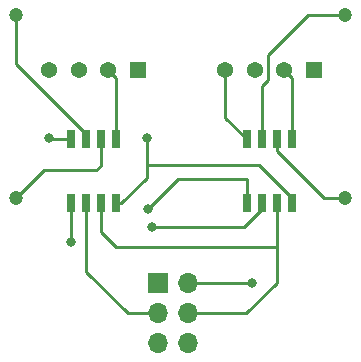
<source format=gbr>
%TF.GenerationSoftware,KiCad,Pcbnew,(6.0.0)*%
%TF.CreationDate,2022-01-11T19:00:17-08:00*%
%TF.ProjectId,AMS-Vacuum-Sensor,414d532d-5661-4637-9575-6d2d53656e73,rev?*%
%TF.SameCoordinates,Original*%
%TF.FileFunction,Copper,L2,Bot*%
%TF.FilePolarity,Positive*%
%FSLAX46Y46*%
G04 Gerber Fmt 4.6, Leading zero omitted, Abs format (unit mm)*
G04 Created by KiCad (PCBNEW (6.0.0)) date 2022-01-11 19:00:17*
%MOMM*%
%LPD*%
G01*
G04 APERTURE LIST*
%TA.AperFunction,ComponentPad*%
%ADD10R,1.365000X1.365000*%
%TD*%
%TA.AperFunction,ComponentPad*%
%ADD11C,1.365000*%
%TD*%
%TA.AperFunction,ComponentPad*%
%ADD12R,1.700000X1.700000*%
%TD*%
%TA.AperFunction,ComponentPad*%
%ADD13O,1.700000X1.700000*%
%TD*%
%TA.AperFunction,ComponentPad*%
%ADD14C,1.200000*%
%TD*%
%TA.AperFunction,SMDPad,CuDef*%
%ADD15R,0.650000X1.528000*%
%TD*%
%TA.AperFunction,ViaPad*%
%ADD16C,0.800000*%
%TD*%
%TA.AperFunction,Conductor*%
%ADD17C,0.250000*%
%TD*%
G04 APERTURE END LIST*
D10*
%TO.P,IC1,1,VCC*%
%TO.N,+10V*%
X113826949Y-91935442D03*
D11*
%TO.P,IC1,2,OUTPUT_A*%
%TO.N,Net-(IC1-Pad2)*%
X111326949Y-91935442D03*
%TO.P,IC1,3,GROUND*%
%TO.N,GND*%
X108826949Y-91935442D03*
%TO.P,IC1,4,OUTPUT_B*%
%TO.N,Net-(IC1-Pad4)*%
X106326949Y-91935442D03*
%TD*%
D10*
%TO.P,IC2,1,VCC*%
%TO.N,+10V*%
X128717951Y-91935442D03*
D11*
%TO.P,IC2,2,OUTPUT_A*%
%TO.N,Net-(IC2-Pad2)*%
X126217951Y-91935442D03*
%TO.P,IC2,3,GROUND*%
%TO.N,GND*%
X123717951Y-91935442D03*
%TO.P,IC2,4,OUTPUT_B*%
%TO.N,Net-(IC2-Pad4)*%
X121217951Y-91935442D03*
%TD*%
D12*
%TO.P,J1,1,Pin_1*%
%TO.N,+5VP*%
X115570000Y-109982000D03*
D13*
%TO.P,J1,2,Pin_2*%
%TO.N,+10V*%
X118110000Y-109982000D03*
%TO.P,J1,3,Pin_3*%
%TO.N,Net-(IC3-Pad7)*%
X115570000Y-112522000D03*
%TO.P,J1,4,Pin_4*%
%TO.N,+2V5*%
X118110000Y-112522000D03*
%TO.P,J1,5,Pin_5*%
%TO.N,Net-(IC4-Pad7)*%
X115570000Y-115062000D03*
%TO.P,J1,6,Pin_6*%
%TO.N,GND*%
X118110000Y-115062000D03*
%TD*%
D14*
%TO.P,R2,1*%
%TO.N,Net-(IC4-Pad2)*%
X131388728Y-87298483D03*
%TO.P,R2,2*%
%TO.N,Net-(IC4-Pad3)*%
X131388728Y-102798483D03*
%TD*%
D15*
%TO.P,IC4,1,-IN*%
%TO.N,Net-(IC2-Pad4)*%
X123062951Y-97796601D03*
%TO.P,IC4,2,RG_1*%
%TO.N,Net-(IC4-Pad2)*%
X124332951Y-97796601D03*
%TO.P,IC4,3,RG_2*%
%TO.N,Net-(IC4-Pad3)*%
X125602951Y-97796601D03*
%TO.P,IC4,4,+IN*%
%TO.N,Net-(IC2-Pad2)*%
X126872951Y-97796601D03*
%TO.P,IC4,5,-VS*%
%TO.N,GND*%
X126872951Y-103218601D03*
%TO.P,IC4,6,REF*%
%TO.N,+2V5*%
X125602951Y-103218601D03*
%TO.P,IC4,7,OUT*%
%TO.N,Net-(IC4-Pad7)*%
X124332951Y-103218601D03*
%TO.P,IC4,8,+VS*%
%TO.N,+5VP*%
X123062951Y-103218601D03*
%TD*%
%TO.P,IC3,1,-IN*%
%TO.N,Net-(IC1-Pad4)*%
X108171949Y-97796601D03*
%TO.P,IC3,2,RG_1*%
%TO.N,Net-(IC3-Pad2)*%
X109441949Y-97796601D03*
%TO.P,IC3,3,RG_2*%
%TO.N,Net-(IC3-Pad3)*%
X110711949Y-97796601D03*
%TO.P,IC3,4,+IN*%
%TO.N,Net-(IC1-Pad2)*%
X111981949Y-97796601D03*
%TO.P,IC3,5,-VS*%
%TO.N,GND*%
X111981949Y-103218601D03*
%TO.P,IC3,6,REF*%
%TO.N,+2V5*%
X110711949Y-103218601D03*
%TO.P,IC3,7,OUT*%
%TO.N,Net-(IC3-Pad7)*%
X109441949Y-103218601D03*
%TO.P,IC3,8,+VS*%
%TO.N,+5VP*%
X108171949Y-103218601D03*
%TD*%
D14*
%TO.P,R1,1*%
%TO.N,Net-(IC3-Pad2)*%
X103489017Y-87298483D03*
%TO.P,R1,2*%
%TO.N,Net-(IC3-Pad3)*%
X103489017Y-102798483D03*
%TD*%
D16*
%TO.N,+10V*%
X123461404Y-109984278D03*
%TO.N,GND*%
X114622654Y-97707045D03*
%TO.N,Net-(IC1-Pad4)*%
X106326949Y-97713633D03*
%TO.N,+5VP*%
X114650733Y-103730685D03*
X108171949Y-106452144D03*
%TO.N,Net-(IC4-Pad7)*%
X115026466Y-105186649D03*
%TD*%
D17*
%TO.N,+10V*%
X123461404Y-109984278D02*
X123459126Y-109982000D01*
X123459126Y-109982000D02*
X118110000Y-109982000D01*
%TO.N,Net-(IC1-Pad2)*%
X111981949Y-97796601D02*
X111981949Y-92590442D01*
X111981949Y-92590442D02*
X111326949Y-91935442D01*
%TO.N,GND*%
X126872951Y-102779601D02*
X124099294Y-100005944D01*
X111981949Y-103218601D02*
X112434792Y-103218601D01*
X126872951Y-103218601D02*
X126872951Y-102750579D01*
X124099294Y-100005944D02*
X114622654Y-100005944D01*
X126872951Y-103218601D02*
X126872951Y-102779601D01*
X114622654Y-100005944D02*
X114622654Y-97707045D01*
X112434792Y-103218601D02*
X114622654Y-101030739D01*
X114622654Y-101030739D02*
X114622654Y-100005944D01*
%TO.N,Net-(IC1-Pad4)*%
X106409917Y-97796601D02*
X106326949Y-97713633D01*
X108171949Y-97796601D02*
X106409917Y-97796601D01*
%TO.N,Net-(IC2-Pad2)*%
X126872951Y-92590442D02*
X126217951Y-91935442D01*
X126872951Y-97796601D02*
X126872951Y-92590442D01*
%TO.N,Net-(IC2-Pad4)*%
X121217951Y-91935442D02*
X121217951Y-95951601D01*
X121217951Y-95951601D02*
X123062951Y-97796601D01*
%TO.N,Net-(IC3-Pad2)*%
X103489017Y-91375647D02*
X109441949Y-97328579D01*
X103489017Y-87298483D02*
X103489017Y-91375647D01*
X109441949Y-97328579D02*
X109441949Y-97796601D01*
%TO.N,Net-(IC3-Pad3)*%
X110711949Y-100026098D02*
X110711949Y-97796601D01*
X110316501Y-100421546D02*
X110711949Y-100026098D01*
X103489017Y-102798483D02*
X105865954Y-100421546D01*
X105865954Y-100421546D02*
X110316501Y-100421546D01*
%TO.N,+2V5*%
X110711949Y-103218601D02*
X110711949Y-105650431D01*
X118110000Y-112522000D02*
X123013732Y-112522000D01*
X112006131Y-106944613D02*
X125602951Y-106944613D01*
X110711949Y-105650431D02*
X112006131Y-106944613D01*
X125602951Y-109932781D02*
X125602951Y-106944613D01*
X125602951Y-106944613D02*
X125602951Y-103218601D01*
X123013732Y-112522000D02*
X125602951Y-109932781D01*
%TO.N,Net-(IC3-Pad7)*%
X112975583Y-112522000D02*
X115570000Y-112522000D01*
X109441949Y-108988366D02*
X112975583Y-112522000D01*
X109441949Y-103218601D02*
X109441949Y-108988366D01*
%TO.N,+5VP*%
X117228690Y-101152728D02*
X114650733Y-103730685D01*
X123062951Y-101152728D02*
X117228690Y-101152728D01*
X123062951Y-103218601D02*
X123062951Y-101152728D01*
X108171949Y-103218601D02*
X108171949Y-106452144D01*
%TO.N,Net-(IC4-Pad2)*%
X124861439Y-90648735D02*
X128211691Y-87298483D01*
X124332951Y-93314201D02*
X124861439Y-92785713D01*
X124861439Y-92785713D02*
X124861439Y-90648735D01*
X128211691Y-87298483D02*
X131388728Y-87298483D01*
X124332951Y-97796601D02*
X124332951Y-93314201D01*
%TO.N,Net-(IC4-Pad3)*%
X129590833Y-102798483D02*
X125602951Y-98810601D01*
X125602951Y-98810601D02*
X125602951Y-97796601D01*
X131388728Y-102798483D02*
X129590833Y-102798483D01*
%TO.N,Net-(IC4-Pad7)*%
X122803903Y-105186649D02*
X124332951Y-103657601D01*
X124332951Y-103657601D02*
X124332951Y-103218601D01*
X115026466Y-105186649D02*
X122803903Y-105186649D01*
%TD*%
M02*

</source>
